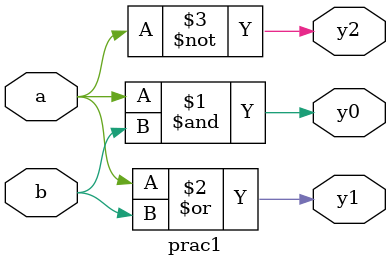
<source format=v>

`timescale 10ns/10ps
module prac1(
    input a,b,
    output y0,y1,y2
    );
    assign y0 = (a&b);
    assign y1 = (a|b);
    assign y2 = ~a;
endmodule

</source>
